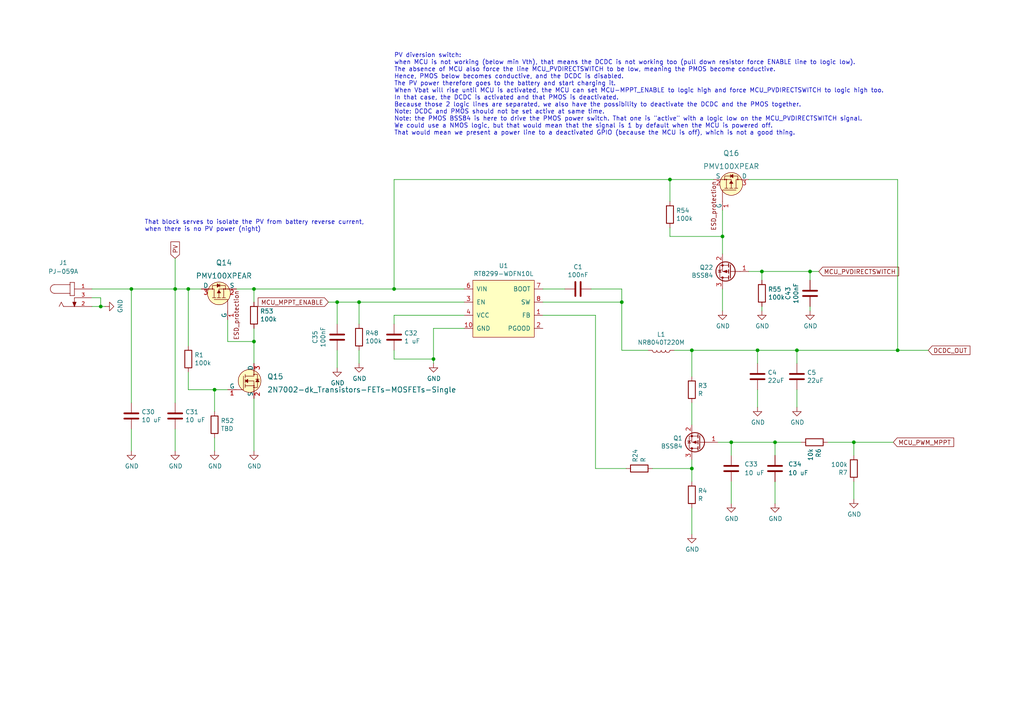
<source format=kicad_sch>
(kicad_sch (version 20211123) (generator eeschema)
  (paper "A4")
  (lib_symbols
    (symbol "Device:C" (pin_numbers hide) (pin_names (offset 0.254))
      (property "Reference" "C" (at 0.635 2.54 0))
      (property "Value" "C" (at 0.635 -2.54 0))
      (symbol "C_0_1"
        (polyline (pts (xy -2.032 -0.762) (xy 2.032 -0.762)) (stroke (width 0.508)))
        (polyline (pts (xy -2.032 0.762) (xy 2.032 0.762)) (stroke (width 0.508)))
      )
      (symbol "C_1_1"
        (pin passive line (at 0 3.81 270) (length 2.794) (name "~") (number "1"))
        (pin passive line (at 0 -3.81 90) (length 2.794) (name "~") (number "2"))
      )
    )
    (symbol "SHS_DCDC:2N7002-dk_Transistors-FETs-MOSFETs-Single" (pin_names (offset 0))
      (property "Reference" "Q" (at -2.6924 3.6322 0))
      (property "Value" "2N7002-dk_Transistors-FETs-MOSFETs-Single" (at 3.4544 0 90))
      (symbol "2N7002-dk_Transistors-FETs-MOSFETs-Single_0_1"
        (circle (center -1.27 0) (radius 3.302) (fill (type background)))
        (circle (center 0 -1.905) (radius 0.127))
        (circle (center 0 -1.397) (radius 0.127))
        (polyline (pts (xy 0 -1.397) (xy -2.54 -1.397)))
        (polyline (pts (xy -5.08 -2.54) (xy -3.048 -2.54) (xy -3.048 1.397)))
        (polyline (pts (xy 0 -2.54) (xy 0 0) (xy -2.54 0)))
        (polyline (pts (xy 0 2.54) (xy 0 1.397) (xy -2.54 1.397)))
        (polyline (pts (xy -0.127 -1.905) (xy 1.016 -1.905) (xy 1.016 1.397) (xy 1.016 1.905) (xy -0.127 1.905)))
        (circle (center 0 1.905) (radius 0.127))
      )
      (symbol "2N7002-dk_Transistors-FETs-MOSFETs-Single_1_1"
        (polyline (pts (xy -2.54 -1.397) (xy -2.54 -1.905)))
        (polyline (pts (xy -2.54 -1.397) (xy -2.54 -0.889)))
        (polyline (pts (xy -2.54 0) (xy -2.54 -0.508)))
        (polyline (pts (xy -2.54 0) (xy -2.54 0.508)))
        (polyline (pts (xy -2.54 1.905) (xy -2.54 0.889)))
        (polyline (pts (xy 1.524 0.508) (xy 0.508 0.508)))
        (polyline (pts (xy -2.54 0) (xy -1.778 0.508) (xy -1.778 -0.508) (xy -2.54 0)) (fill (type outline)))
        (polyline (pts (xy 1.016 0.508) (xy 0.508 -0.254) (xy 1.524 -0.254) (xy 1.016 0.508)) (fill (type outline)))
        (pin bidirectional line (at -7.62 -2.54 0) (length 2.54) (name "G") (number "1"))
        (pin bidirectional line (at 0 -5.08 90) (length 2.54) (name "S") (number "2"))
        (pin bidirectional line (at 0 5.08 270) (length 2.54) (name "D") (number "3"))
      )
    )
    (symbol "SHS_DCDC:BSS84-Transistor_FET" (pin_names hide)
      (property "Reference" "Q" (at 5.08 1.905 0))
      (property "Value" "BSS84-Transistor_FET" (at 5.08 0 0))
      (symbol "BSS84-Transistor_FET_0_1"
        (polyline (pts (xy 0.254 0) (xy -2.54 0)))
        (polyline (pts (xy 0.254 1.905) (xy 0.254 -1.905)) (stroke (width 0.254)))
        (polyline (pts (xy 0.762 -1.27) (xy 0.762 -2.286)) (stroke (width 0.254)))
        (polyline (pts (xy 0.762 0.508) (xy 0.762 -0.508)) (stroke (width 0.254)))
        (polyline (pts (xy 0.762 2.286) (xy 0.762 1.27)) (stroke (width 0.254)))
        (polyline (pts (xy 2.54 2.54) (xy 2.54 1.778)))
        (polyline (pts (xy 2.54 -2.54) (xy 2.54 0) (xy 0.762 0)))
        (polyline (pts (xy 0.762 1.778) (xy 3.302 1.778) (xy 3.302 -1.778) (xy 0.762 -1.778)))
        (polyline (pts (xy 2.286 0) (xy 1.27 0.381) (xy 1.27 -0.381) (xy 2.286 0)) (fill (type outline)))
        (polyline (pts (xy 2.794 -0.508) (xy 2.921 -0.381) (xy 3.683 -0.381) (xy 3.81 -0.254)))
        (polyline (pts (xy 3.302 -0.381) (xy 2.921 0.254) (xy 3.683 0.254) (xy 3.302 -0.381)))
        (circle (center 1.651 0) (radius 2.794) (stroke (width 0.254)))
        (circle (center 2.54 -1.778) (radius 0.254) (fill (type outline)))
        (circle (center 2.54 1.778) (radius 0.254) (fill (type outline)))
      )
      (symbol "BSS84-Transistor_FET_1_1"
        (pin input line (at -5.08 0 0) (length 2.54) (name "G") (number "1"))
        (pin passive line (at 2.54 -5.08 90) (length 2.54) (name "S") (number "2"))
        (pin passive line (at 2.54 5.08 270) (length 2.54) (name "D") (number "3"))
      )
    )
    (symbol "SHS_DCDC:C-Device" (pin_numbers hide) (pin_names (offset 0.254))
      (property "Reference" "C" (at 0.635 2.54 0))
      (property "Value" "C-Device" (at 0.635 -2.54 0))
      (symbol "C-Device_0_1"
        (polyline (pts (xy -2.032 -0.762) (xy 2.032 -0.762)) (stroke (width 0.508)))
        (polyline (pts (xy -2.032 0.762) (xy 2.032 0.762)) (stroke (width 0.508)))
      )
      (symbol "C-Device_1_1"
        (pin passive line (at 0 3.81 270) (length 2.794) (name "~") (number "1"))
        (pin passive line (at 0 -3.81 90) (length 2.794) (name "~") (number "2"))
      )
    )
    (symbol "SHS_DCDC:GND-power" (power) (pin_names (offset 0))
      (property "Value" "GND-power" (at 0 -3.81 0))
      (symbol "GND-power_0_1"
        (polyline (pts (xy 0 0) (xy 0 -1.27) (xy 1.27 -1.27) (xy 0 -2.54) (xy -1.27 -1.27) (xy 0 -1.27)))
      )
      (symbol "GND-power_1_1"
        (pin power_in line (at 0 0 270) (length 0) hide (name "GND") (number "1"))
      )
    )
    (symbol "SHS_DCDC:L-Device" (pin_numbers hide) (pin_names (offset 1.016) hide)
      (property "Reference" "L" (at -1.27 0 90))
      (property "Value" "L-Device" (at 1.905 0 90))
      (symbol "L-Device_0_1"
        (arc (start 0 -2.54) (mid 0.635 -1.905) (end 0 -1.27))
        (arc (start 0 -1.27) (mid 0.635 -0.635) (end 0 0))
        (arc (start 0 0) (mid 0.635 0.635) (end 0 1.27))
        (arc (start 0 1.27) (mid 0.635 1.905) (end 0 2.54))
      )
      (symbol "L-Device_1_1"
        (pin passive line (at 0 3.81 270) (length 1.27) (name "1") (number "1"))
        (pin passive line (at 0 -3.81 90) (length 1.27) (name "2") (number "2"))
      )
    )
    (symbol "SHS_DCDC:PJ-059A" (pin_names (offset 1.016))
      (property "Reference" "J" (at -7.632 5.088 0))
      (property "Value" "PJ-059A" (at -7.6327 -5.0885 0))
      (symbol "PJ-059A_0_0"
        (arc (start -5.715 3.81) (mid -6.985 2.54) (end -5.715 1.27) (stroke (width 0.1524)))
        (polyline (pts (xy -5.715 3.81) (xy -1.27 3.81)) (stroke (width 0.1524)))
        (polyline (pts (xy -3.81 -1.27) (xy -4.445 -2.54)) (stroke (width 0.1524)))
        (polyline (pts (xy -3.175 -2.54) (xy -3.81 -1.27)) (stroke (width 0.1524)))
        (polyline (pts (xy -1.27 0.635) (xy 0 0.635)) (stroke (width 0.1524)))
        (polyline (pts (xy -1.27 1.27) (xy -5.715 1.27)) (stroke (width 0.1524)))
        (polyline (pts (xy -1.27 1.27) (xy -1.27 0.635)) (stroke (width 0.1524)))
        (polyline (pts (xy -1.27 3.81) (xy -1.27 1.27)) (stroke (width 0.1524)))
        (polyline (pts (xy -1.27 4.445) (xy -1.27 3.81)) (stroke (width 0.1524)))
        (polyline (pts (xy 0 -2.54) (xy -3.175 -2.54)) (stroke (width 0.1524)))
        (polyline (pts (xy 0 0) (xy 0 -2.54)) (stroke (width 0.1524)))
        (polyline (pts (xy 0 0.635) (xy 0 4.445)) (stroke (width 0.1524)))
        (polyline (pts (xy 0 4.445) (xy -1.27 4.445)) (stroke (width 0.1524)))
        (polyline (pts (xy 0 -2.54) (xy -0.508 -1.27) (xy 0.508 -1.27) (xy 0 -2.54)) (stroke (width 0.1524)) (fill (type outline)))
        (pin passive line (at 5.08 2.54 180) (length 5.08) (name "~") (number "1"))
        (pin passive line (at 5.08 -2.54 180) (length 5.08) (name "~") (number "2"))
        (pin passive line (at 5.08 0 180) (length 5.08) (name "~") (number "3"))
      )
    )
    (symbol "SHS_DCDC:PMV100XPEAR" (pin_names (offset 0))
      (property "Reference" "Q" (at -2.6924 3.6322 0))
      (property "Value" "PMV100XPEAR" (at 3.4544 0 90))
      (symbol "PMV100XPEAR_0_0"
        (text "ESD_protection" (at -7.62 -5.08 0) (effects (font (size 1.27 1.27))))
      )
      (symbol "PMV100XPEAR_0_1"
        (circle (center -1.27 0) (radius 3.302) (fill (type background)))
        (circle (center 0 -1.905) (radius 0.127))
        (circle (center 0 -1.397) (radius 0.127))
        (polyline (pts (xy 0 -1.397) (xy -2.54 -1.397)))
        (polyline (pts (xy -6.35 -2.54) (xy -3.048 -2.54) (xy -3.048 1.397)))
        (polyline (pts (xy 0 -2.54) (xy 0 0) (xy -2.54 0)))
        (polyline (pts (xy 0 2.54) (xy 0 1.397) (xy -2.54 1.397)))
        (polyline (pts (xy -0.127 -1.905) (xy 1.016 -1.905) (xy 1.016 1.397) (xy 1.016 1.905) (xy -0.127 1.905)))
        (circle (center 0 1.905) (radius 0.127))
      )
      (symbol "PMV100XPEAR_1_1"
        (polyline (pts (xy -2.54 -1.397) (xy -2.54 -1.905)))
        (polyline (pts (xy -2.54 -1.397) (xy -2.54 -0.889)))
        (polyline (pts (xy -2.54 0) (xy -2.54 -0.508)))
        (polyline (pts (xy -2.54 0) (xy -2.54 0.508)))
        (polyline (pts (xy -2.54 1.905) (xy -2.54 0.889)))
        (polyline (pts (xy 1.524 -0.254) (xy 0.508 -0.254)))
        (polyline (pts (xy -0.381 0) (xy -1.143 0.508) (xy -1.143 -0.508) (xy -0.381 0)) (fill (type outline)))
        (polyline (pts (xy 1.016 -0.254) (xy 1.524 0.508) (xy 0.508 0.508) (xy 1.016 -0.254)) (fill (type outline)))
        (pin bidirectional line (at -8.89 -2.54 0) (length 2.54) (name "G") (number "1"))
        (pin bidirectional line (at 0 -5.08 90) (length 2.54) (name "S") (number "2"))
        (pin bidirectional line (at 0 5.08 270) (length 2.54) (name "D") (number "3"))
      )
    )
    (symbol "SHS_DCDC:R-Device" (pin_numbers hide) (pin_names (offset 0))
      (property "Reference" "R" (at 2.032 0 90))
      (property "Value" "R-Device" (at 0 0 90))
      (symbol "R-Device_0_1"
        (rectangle (start -1.016 -2.54) (end 1.016 2.54) (stroke (width 0.254)))
      )
      (symbol "R-Device_1_1"
        (pin passive line (at 0 3.81 270) (length 1.27) (name "~") (number "1"))
        (pin passive line (at 0 -3.81 90) (length 1.27) (name "~") (number "2"))
      )
    )
    (symbol "SHS_DCDC:RT8299-WDFN10L" (pin_names (offset 1.016))
      (property "Reference" "U" (at -7.62 -11.43 0))
      (property "Value" "RT8299-WDFN10L" (at 0 10.16 0))
      (symbol "RT8299-WDFN10L_1_1"
        (rectangle (start -8.89 7.62) (end 8.89 -8.89) (fill (type background)))
        (pin input line (at 11.43 -2.54 180) (length 2.54) (name "FB") (number "1"))
        (pin power_out line (at -11.43 -6.35 0) (length 2.54) (name "GND") (number "10"))
        (pin input line (at 11.43 -6.35 180) (length 2.54) (name "PGOOD") (number "2"))
        (pin input line (at -11.43 1.27 0) (length 2.54) (name "EN") (number "3"))
        (pin input line (at -11.43 -2.54 0) (length 2.54) (name "VCC") (number "4"))
        (pin power_in line (at -11.43 5.08 0) (length 2.54) (name "VIN") (number "6"))
        (pin input line (at 11.43 5.08 180) (length 2.54) (name "BOOT") (number "7"))
        (pin power_out line (at 11.43 1.27 180) (length 2.54) (name "SW") (number "8"))
      )
    )
  )
  (junction (at 125.73 104.14))
  (junction (at 62.23 113.03))
  (junction (at 219.71 101.6))
  (junction (at 97.79 87.63))
  (junction (at 29.21 88.9))
  (junction (at 200.66 101.6))
  (junction (at 73.66 83.82))
  (junction (at 54.61 83.82))
  (junction (at 194.31 52.07))
  (junction (at 234.95 78.74))
  (junction (at 209.55 68.58))
  (junction (at 231.14 101.6))
  (junction (at 114.3 83.82))
  (junction (at 200.66 135.89))
  (junction (at 50.8 83.82))
  (junction (at 73.66 99.06))
  (junction (at 180.34 87.63))
  (junction (at 220.98 78.74))
  (junction (at 247.65 128.27))
  (junction (at 260.35 101.6))
  (junction (at 38.1 83.82))
  (junction (at 104.14 87.63))
  (junction (at 224.79 128.27))
  (junction (at 212.09 128.27))
  (wire (pts (xy 180.34 87.63) (xy 180.34 101.6)))
  (wire (pts (xy 50.8 83.82) (xy 54.61 83.82)))
  (wire (pts (xy 231.14 113.03) (xy 231.14 118.11)))
  (wire (pts (xy 66.04 92.71) (xy 66.04 99.06)))
  (wire (pts (xy 172.72 135.89) (xy 181.61 135.89)))
  (wire (pts (xy 220.98 78.74) (xy 234.95 78.74)))
  (wire (pts (xy 125.73 104.14) (xy 125.73 105.41)))
  (wire (pts (xy 200.66 109.22) (xy 200.66 101.6)))
  (wire (pts (xy 200.66 147.32) (xy 200.66 154.94)))
  (wire (pts (xy 217.17 78.74) (xy 220.98 78.74)))
  (wire (pts (xy 29.21 86.36) (xy 29.21 88.9)))
  (wire (pts (xy 224.79 128.27) (xy 232.41 128.27)))
  (wire (pts (xy 212.09 128.27) (xy 224.79 128.27)))
  (wire (pts (xy 180.34 83.82) (xy 180.34 87.63)))
  (wire (pts (xy 200.66 135.89) (xy 200.66 139.7)))
  (wire (pts (xy 220.98 88.9) (xy 220.98 90.17)))
  (wire (pts (xy 73.66 95.25) (xy 73.66 99.06)))
  (wire (pts (xy 231.14 101.6) (xy 260.35 101.6)))
  (wire (pts (xy 194.31 52.07) (xy 194.31 58.42)))
  (wire (pts (xy 50.8 83.82) (xy 50.8 116.84)))
  (wire (pts (xy 62.23 113.03) (xy 62.23 119.38)))
  (wire (pts (xy 50.8 83.82) (xy 38.1 83.82)))
  (wire (pts (xy 194.31 66.04) (xy 194.31 68.58)))
  (wire (pts (xy 104.14 87.63) (xy 134.62 87.63)))
  (wire (pts (xy 209.55 60.96) (xy 209.55 68.58)))
  (wire (pts (xy 219.71 101.6) (xy 231.14 101.6)))
  (wire (pts (xy 194.31 52.07) (xy 207.01 52.07)))
  (wire (pts (xy 195.58 101.6) (xy 200.66 101.6)))
  (wire (pts (xy 234.95 88.9) (xy 234.95 90.17)))
  (wire (pts (xy 68.58 83.82) (xy 73.66 83.82)))
  (wire (pts (xy 97.79 87.63) (xy 104.14 87.63)))
  (wire (pts (xy 212.09 128.27) (xy 212.09 132.08)))
  (wire (pts (xy 62.23 127) (xy 62.23 130.81)))
  (wire (pts (xy 114.3 91.44) (xy 134.62 91.44)))
  (wire (pts (xy 157.48 83.82) (xy 163.83 83.82)))
  (wire (pts (xy 212.09 139.7) (xy 212.09 146.05)))
  (wire (pts (xy 54.61 83.82) (xy 54.61 100.33)))
  (wire (pts (xy 73.66 99.06) (xy 73.66 105.41)))
  (wire (pts (xy 208.28 128.27) (xy 212.09 128.27)))
  (wire (pts (xy 219.71 101.6) (xy 219.71 105.41)))
  (wire (pts (xy 26.67 86.36) (xy 29.21 86.36)))
  (wire (pts (xy 209.55 68.58) (xy 209.55 73.66)))
  (wire (pts (xy 231.14 101.6) (xy 231.14 105.41)))
  (wire (pts (xy 54.61 107.95) (xy 54.61 113.03)))
  (wire (pts (xy 194.31 68.58) (xy 209.55 68.58)))
  (wire (pts (xy 38.1 83.82) (xy 26.67 83.82)))
  (wire (pts (xy 114.3 52.07) (xy 194.31 52.07)))
  (wire (pts (xy 260.35 52.07) (xy 260.35 101.6)))
  (wire (pts (xy 234.95 78.74) (xy 234.95 81.28)))
  (wire (pts (xy 50.8 124.46) (xy 50.8 130.81)))
  (wire (pts (xy 54.61 113.03) (xy 62.23 113.03)))
  (wire (pts (xy 66.04 99.06) (xy 73.66 99.06)))
  (wire (pts (xy 200.66 133.35) (xy 200.66 135.89)))
  (wire (pts (xy 180.34 101.6) (xy 187.96 101.6)))
  (wire (pts (xy 240.03 128.27) (xy 247.65 128.27)))
  (wire (pts (xy 171.45 83.82) (xy 180.34 83.82)))
  (wire (pts (xy 157.48 87.63) (xy 180.34 87.63)))
  (wire (pts (xy 134.62 83.82) (xy 114.3 83.82)))
  (wire (pts (xy 247.65 128.27) (xy 247.65 132.08)))
  (wire (pts (xy 114.3 101.6) (xy 114.3 104.14)))
  (wire (pts (xy 38.1 116.84) (xy 38.1 83.82)))
  (wire (pts (xy 38.1 124.46) (xy 38.1 130.81)))
  (wire (pts (xy 134.62 95.25) (xy 125.73 95.25)))
  (wire (pts (xy 260.35 101.6) (xy 269.24 101.6)))
  (wire (pts (xy 114.3 104.14) (xy 125.73 104.14)))
  (wire (pts (xy 95.25 87.63) (xy 97.79 87.63)))
  (wire (pts (xy 247.65 128.27) (xy 259.08 128.27)))
  (wire (pts (xy 29.21 88.9) (xy 30.48 88.9)))
  (wire (pts (xy 54.61 83.82) (xy 58.42 83.82)))
  (wire (pts (xy 209.55 83.82) (xy 209.55 90.17)))
  (wire (pts (xy 97.79 101.6) (xy 97.79 106.68)))
  (wire (pts (xy 172.72 91.44) (xy 172.72 135.89)))
  (wire (pts (xy 220.98 78.74) (xy 220.98 81.28)))
  (wire (pts (xy 125.73 95.25) (xy 125.73 104.14)))
  (wire (pts (xy 73.66 83.82) (xy 114.3 83.82)))
  (wire (pts (xy 73.66 83.82) (xy 73.66 87.63)))
  (wire (pts (xy 114.3 83.82) (xy 114.3 52.07)))
  (wire (pts (xy 50.8 74.93) (xy 50.8 83.82)))
  (wire (pts (xy 104.14 101.6) (xy 104.14 105.41)))
  (wire (pts (xy 224.79 128.27) (xy 224.79 132.08)))
  (wire (pts (xy 189.23 135.89) (xy 200.66 135.89)))
  (wire (pts (xy 97.79 87.63) (xy 97.79 93.98)))
  (wire (pts (xy 157.48 91.44) (xy 172.72 91.44)))
  (wire (pts (xy 219.71 113.03) (xy 219.71 118.11)))
  (wire (pts (xy 217.17 52.07) (xy 260.35 52.07)))
  (wire (pts (xy 62.23 113.03) (xy 66.04 113.03)))
  (wire (pts (xy 26.67 88.9) (xy 29.21 88.9)))
  (wire (pts (xy 200.66 101.6) (xy 219.71 101.6)))
  (wire (pts (xy 234.95 78.74) (xy 237.49 78.74)))
  (wire (pts (xy 200.66 116.84) (xy 200.66 123.19)))
  (wire (pts (xy 104.14 87.63) (xy 104.14 93.98)))
  (wire (pts (xy 247.65 139.7) (xy 247.65 144.78)))
  (wire (pts (xy 73.66 115.57) (xy 73.66 130.81)))
  (wire (pts (xy 114.3 93.98) (xy 114.3 91.44)))
  (wire (pts (xy 224.79 139.7) (xy 224.79 146.05)))
  (text "PV diversion switch:\nwhen MCU is not working (below min Vth), that means the DCDC is not working too (pull down resistor force ENABLE line to logic low).\nThe absence of MCU also force the line MCU_PVDIRECTSWITCH to be low, meaning the PMOS become conductive.\nHence, PMOS below becomes conductive, and the DCDC is disabled.\nThe PV power therefore goes to the battery and start charging it.\nWhen Vbat will rise until MCU is activated, the MCU can set MCU-MPPT_ENABLE to logic high and force MCU_PVDIRECTSWITCH to logic high too.\nIn that case, the DCDC is activated and that PMOS is deactivated. \nBecause those 2 logic lines are separated, we also have the possibility to deactivate the DCDC and the PMOS together. \nNote: DCDC and PMOS should not be set active at same time.\nNote: the PMOS BSS84 is here to drive the PMOS power switch. That one is \"active\" with a logic low on the MCU_PVDIRECTSWITCH signal. \nWe could use a NMOS logic, but that would mean that the signal is 1 by default when the MCU is powered off.\nThat would mean we present a power line to a deactivated GPIO (because the MCU is off), which is not a good thing." (at 114.3 39.37 0) (effects (font (size 1.27 1.27)) (justify left bottom)))
  (text "That block serves to isolate the PV from battery reverse current,\nwhen there is no PV power (night)" (at 41.91 67.31 0) (effects (font (size 1.27 1.27)) (justify left bottom)))
  (global_label "MCU_PVDIRECTSWITCH" (shape input) (at 237.49 78.74 0) (property "Intersheet References" "${INTERSHEET_REFS}" (effects hide)))
  (global_label "MCU_PWM_MPPT" (shape input) (at 259.08 128.27 0) (property "Intersheet References" "${INTERSHEET_REFS}" (effects hide)))
  (global_label "PV" (shape input) (at 50.8 74.93 90) (property "Intersheet References" "${INTERSHEET_REFS}" (effects hide)))
  (global_label "DCDC_OUT" (shape input) (at 269.24 101.6 0) (property "Intersheet References" "${INTERSHEET_REFS}" (effects hide)))
  (global_label "MCU_MPPT_ENABLE" (shape input) (at 95.25 87.63 180) (property "Intersheet References" "${INTERSHEET_REFS}" (effects hide)))
  (symbol (lib_id "SHS_DCDC:R-Device") (at 236.22 128.27 270) (unit 1)
    (property "Reference" "R6" (at 237.3884 130.048 0) (effects (justify left)))
    (property "Value" "10k" (at 235.077 130.048 0) (effects (justify left)))
    (property "Footprint" "Resistor_SMD:R_0402_1005Metric" (effects hide))
  )
  (symbol (lib_id "SHS_DCDC:GND-power") (at 212.09 146.05 0) (unit 1)
    (property "Reference" "#PWR065" (effects hide))
    (property "Value" "GND-power" (at 212.217 150.4442 0))
  )
  (symbol (lib_id "Device:C") (at 224.79 135.89 0) (unit 1)
    (property "Reference" "C34" (at 228.6 134.6199 0) (effects (justify left)))
    (property "Value" "10 uF" (at 228.6 137.1599 0) (effects (justify left)))
    (property "Footprint" "Capacitor_SMD:C_0603_1608Metric" (effects hide))
  )
  (symbol (lib_id "SHS_DCDC:R-Device") (at 200.66 143.51 0) (unit 1)
    (property "Reference" "R4" (at 202.438 142.3416 0) (effects (justify left)))
    (property "Value" "R" (at 202.438 144.653 0) (effects (justify left)))
    (property "Footprint" "Resistor_SMD:R_0402_1005Metric" (effects hide))
  )
  (symbol (lib_id "SHS_DCDC:C-Device") (at 167.64 83.82 90) (unit 1)
    (property "Reference" "C1" (at 167.64 77.4192 90))
    (property "Value" "100nF" (at 167.64 79.7306 90))
    (property "Footprint" "Capacitor_SMD:C_0402_1005Metric" (effects hide))
  )
  (symbol (lib_id "Device:C") (at 212.09 135.89 0) (unit 1)
    (property "Reference" "C33" (at 215.9 134.6199 0) (effects (justify left)))
    (property "Value" "10 uF" (at 215.9 137.1599 0) (effects (justify left)))
    (property "Footprint" "Capacitor_SMD:C_0603_1608Metric" (effects hide))
  )
  (symbol (lib_id "SHS_DCDC:BSS84-Transistor_FET") (at 203.2 128.27 180) (unit 1)
    (property "Reference" "Q1" (at 197.993 127.1016 0) (effects (justify left)))
    (property "Value" "BSS84" (at 197.993 129.413 0) (effects (justify left)))
    (property "Footprint" "Package_TO_SOT_SMD:SOT-23" (effects hide))
    (property "Datasheet" "http://assets.nexperia.com/documents/data-sheet/BSS84.pdf" (effects hide))
  )
  (symbol (lib_id "SHS_DCDC:GND-power") (at 200.66 154.94 0) (unit 1)
    (property "Reference" "#PWR02" (effects hide))
    (property "Value" "GND-power" (at 200.787 159.3342 0))
  )
  (symbol (lib_id "SHS_DCDC:R-Device") (at 194.31 62.23 0) (unit 1)
    (property "Reference" "R54" (at 196.088 61.0616 0) (effects (justify left)))
    (property "Value" "100k" (at 196.088 63.373 0) (effects (justify left)))
    (property "Footprint" "Resistor_SMD:R_0402_1005Metric" (effects hide))
  )
  (symbol (lib_id "SHS_DCDC:R-Device") (at 220.98 85.09 0) (unit 1)
    (property "Reference" "R55" (at 222.758 83.9216 0) (effects (justify left)))
    (property "Value" "100k" (at 222.758 86.233 0) (effects (justify left)))
    (property "Footprint" "Resistor_SMD:R_0402_1005Metric" (effects hide))
  )
  (symbol (lib_id "SHS_DCDC:R-Device") (at 185.42 135.89 90) (unit 1)
    (property "Reference" "R24" (at 184.2516 134.112 0) (effects (justify left)))
    (property "Value" "R" (at 186.563 134.112 0) (effects (justify left)))
    (property "Footprint" "Resistor_SMD:R_0402_1005Metric" (effects hide))
  )
  (symbol (lib_id "SHS_DCDC:GND-power") (at 97.79 106.68 0) (unit 1)
    (property "Reference" "#PWR0122" (effects hide))
    (property "Value" "GND-power" (at 97.917 111.0742 0))
  )
  (symbol (lib_id "SHS_DCDC:PMV100XPEAR") (at 212.09 52.07 270) (mirror x) (unit 1)
    (property "Reference" "Q16" (at 212.09 44.45 90) (effects (font (size 1.524 1.524))))
    (property "Value" "PMV100XPEAR" (at 212.09 48.26 90) (effects (font (size 1.524 1.524))))
    (property "Footprint" "digikey-kicad-library-master:SOT-23-3" (effects hide))
    (property "MPN" "PMV100XPEAR" (effects hide))
    (property "Category" "Discrete Semiconductor Products" (effects hide))
    (property "Family" "Transistors - FETs, MOSFETs - Single" (effects hide))
    (property "Description" "MOSFET P-CH 20V 2.4A SOT23" (effects hide))
    (property "Manufacturer" "Nexperia USA" (effects hide))
    (property "Status" "Active" (effects hide))
  )
  (symbol (lib_id "SHS_DCDC:GND-power") (at 38.1 130.81 0) (unit 1)
    (property "Reference" "#PWR060" (effects hide))
    (property "Value" "GND-power" (at 38.227 135.2042 0))
  )
  (symbol (lib_id "SHS_DCDC:C-Device") (at 114.3 97.79 0) (unit 1)
    (property "Reference" "C32" (at 117.221 96.6216 0) (effects (justify left)))
    (property "Value" "1 uF" (at 117.221 98.933 0) (effects (justify left)))
    (property "Footprint" "Capacitor_SMD:C_0402_1005Metric" (effects hide))
  )
  (symbol (lib_id "SHS_DCDC:R-Device") (at 200.66 113.03 0) (unit 1)
    (property "Reference" "R3" (at 202.438 111.8616 0) (effects (justify left)))
    (property "Value" "R" (at 202.438 114.173 0) (effects (justify left)))
    (property "Footprint" "Resistor_SMD:R_0402_1005Metric" (effects hide))
  )
  (symbol (lib_id "SHS_DCDC:GND-power") (at 231.14 118.11 0) (unit 1)
    (property "Reference" "#PWR04" (effects hide))
    (property "Value" "GND-power" (at 231.267 122.5042 0))
  )
  (symbol (lib_id "SHS_DCDC:GND-power") (at 234.95 90.17 0) (unit 1)
    (property "Reference" "#PWR073" (effects hide))
    (property "Value" "GND-power" (at 235.077 94.5642 0))
  )
  (symbol (lib_id "SHS_DCDC:R-Device") (at 104.14 97.79 0) (unit 1)
    (property "Reference" "R48" (at 105.918 96.6216 0) (effects (justify left)))
    (property "Value" "100k" (at 105.918 98.933 0) (effects (justify left)))
    (property "Footprint" "Resistor_SMD:R_0402_1005Metric" (effects hide))
  )
  (symbol (lib_id "SHS_DCDC:2N7002-dk_Transistors-FETs-MOSFETs-Single") (at 73.66 110.49 0) (unit 1)
    (property "Reference" "Q15" (at 77.47 109.22 0) (effects (font (size 1.524 1.524)) (justify left)))
    (property "Value" "2N7002-dk_Transistors-FETs-MOSFETs-Single" (at 77.47 113.03 0) (effects (font (size 1.524 1.524)) (justify left)))
    (property "Footprint" "digikey-footprints:SOT-23-3" (effects hide))
    (property "Datasheet" "https://www.onsemi.com/pub/Collateral/NDS7002A-D.PDF" (effects hide))
    (property "Digi-Key_PN" "2N7002NCT-ND" (effects hide))
    (property "MPN" "2N7002" (effects hide))
    (property "Category" "Discrete Semiconductor Products" (effects hide))
    (property "Family" "Transistors - FETs, MOSFETs - Single" (effects hide))
    (property "DK_Datasheet_Link" "https://www.onsemi.com/pub/Collateral/NDS7002A-D.PDF" (effects hide))
    (property "DK_Detail_Page" "/product-detail/en/on-semiconductor/2N7002/2N7002NCT-ND/244664" (effects hide))
    (property "Description" "MOSFET N-CH 60V 115MA SOT-23" (effects hide))
    (property "Manufacturer" "ON Semiconductor" (effects hide))
    (property "Status" "Active" (effects hide))
  )
  (symbol (lib_id "SHS_DCDC:GND-power") (at 73.66 130.81 0) (unit 1)
    (property "Reference" "#PWR070" (effects hide))
    (property "Value" "GND-power" (at 73.787 135.2042 0))
  )
  (symbol (lib_id "SHS_DCDC:PMV100XPEAR") (at 63.5 83.82 90) (unit 1)
    (property "Reference" "Q14" (at 64.9597 76.2 90) (effects (font (size 1.524 1.524))))
    (property "Value" "PMV100XPEAR" (at 64.9597 80.01 90) (effects (font (size 1.524 1.524))))
    (property "Footprint" "digikey-kicad-library-master:SOT-23-3" (effects hide))
    (property "MPN" "PMV100XPEAR" (effects hide))
    (property "Category" "Discrete Semiconductor Products" (effects hide))
    (property "Family" "Transistors - FETs, MOSFETs - Single" (effects hide))
    (property "Description" "MOSFET P-CH 20V 2.4A SOT23" (effects hide))
    (property "Manufacturer" "Nexperia USA" (effects hide))
    (property "Status" "Active" (effects hide))
  )
  (symbol (lib_id "SHS_DCDC:R-Device") (at 73.66 91.44 0) (unit 1)
    (property "Reference" "R53" (at 75.438 90.2716 0) (effects (justify left)))
    (property "Value" "100k" (at 75.438 92.583 0) (effects (justify left)))
    (property "Footprint" "Resistor_SMD:R_0402_1005Metric" (effects hide))
  )
  (symbol (lib_id "SHS_DCDC:L-Device") (at 191.77 101.6 270) (unit 1)
    (property "Reference" "L1" (at 191.77 97.0026 90))
    (property "Value" "NR8040T220M" (at 191.77 99.314 90))
    (property "Footprint" "Inductor_SMD:L_Taiyo-Yuden_NR-80xx" (effects hide))
  )
  (symbol (lib_id "SHS_DCDC:GND-power") (at 224.79 146.05 0) (unit 1)
    (property "Reference" "#PWR066" (effects hide))
    (property "Value" "GND-power" (at 224.917 150.4442 0))
  )
  (symbol (lib_id "SHS_DCDC:BSS84-Transistor_FET") (at 212.09 78.74 180) (unit 1)
    (property "Reference" "Q22" (at 206.883 77.5716 0) (effects (justify left)))
    (property "Value" "BSS84" (at 206.883 79.883 0) (effects (justify left)))
    (property "Footprint" "Package_TO_SOT_SMD:SOT-23" (effects hide))
    (property "Datasheet" "http://assets.nexperia.com/documents/data-sheet/BSS84.pdf" (effects hide))
  )
  (symbol (lib_id "SHS_DCDC:R-Device") (at 62.23 123.19 0) (unit 1)
    (property "Reference" "R52" (at 64.008 122.0216 0) (effects (justify left)))
    (property "Value" "TBD" (at 64.008 124.333 0) (effects (justify left)))
    (property "Footprint" "Resistor_SMD:R_0402_1005Metric" (effects hide))
  )
  (symbol (lib_id "SHS_DCDC:C-Device") (at 50.8 120.65 0) (unit 1)
    (property "Reference" "C31" (at 53.721 119.4816 0) (effects (justify left)))
    (property "Value" "10 uF" (at 53.721 121.793 0) (effects (justify left)))
    (property "Footprint" "Capacitor_SMD:C_0805_2012Metric" (effects hide))
  )
  (symbol (lib_id "SHS_DCDC:C-Device") (at 219.71 109.22 0) (unit 1)
    (property "Reference" "C4" (at 222.631 108.0516 0) (effects (justify left)))
    (property "Value" "22uF" (at 222.631 110.363 0) (effects (justify left)))
    (property "Footprint" "Capacitor_SMD:C_0805_2012Metric" (effects hide))
  )
  (symbol (lib_id "SHS_DCDC:GND-power") (at 125.73 105.41 0) (unit 1)
    (property "Reference" "#PWR063" (effects hide))
    (property "Value" "GND-power" (at 125.857 109.8042 0))
  )
  (symbol (lib_id "SHS_DCDC:GND-power") (at 30.48 88.9 90) (unit 1)
    (property "Reference" "#PWR0104" (effects hide))
    (property "Value" "GND-power" (at 34.8742 88.773 0))
  )
  (symbol (lib_id "SHS_DCDC:PJ-059A") (at 21.59 86.36 0) (unit 1)
    (property "Reference" "J1" (at 18.3515 76.2 0))
    (property "Value" "PJ-059A" (at 18.3515 78.74 0))
    (property "Footprint" "SHS_DCDC:CUI_PJ-059A" (effects hide))
    (property "MANUFACTURER" "CUI INC" (effects hide))
    (property "PARTREV" "1.02" (effects hide))
    (property "STANDARD" "Manufacturer recommendations" (effects hide))
  )
  (symbol (lib_id "SHS_DCDC:C-Device") (at 234.95 85.09 180) (unit 1)
    (property "Reference" "C43" (at 228.5492 85.09 90))
    (property "Value" "100nF" (at 230.8606 85.09 90))
    (property "Footprint" "Capacitor_SMD:C_0402_1005Metric" (effects hide))
  )
  (symbol (lib_id "SHS_DCDC:C-Device") (at 97.79 97.79 180) (unit 1)
    (property "Reference" "C35" (at 91.3892 97.79 90))
    (property "Value" "100nF" (at 93.7006 97.79 90))
    (property "Footprint" "Capacitor_SMD:C_0402_1005Metric" (effects hide))
  )
  (symbol (lib_id "SHS_DCDC:C-Device") (at 231.14 109.22 0) (unit 1)
    (property "Reference" "C5" (at 234.061 108.0516 0) (effects (justify left)))
    (property "Value" "22uF" (at 234.061 110.363 0) (effects (justify left)))
    (property "Footprint" "Capacitor_SMD:C_0805_2012Metric" (effects hide))
  )
  (symbol (lib_id "SHS_DCDC:R-Device") (at 247.65 135.89 180) (unit 1)
    (property "Reference" "R7" (at 245.872 137.0584 0) (effects (justify left)))
    (property "Value" "100k" (at 245.872 134.747 0) (effects (justify left)))
    (property "Footprint" "Resistor_SMD:R_0402_1005Metric" (effects hide))
  )
  (symbol (lib_id "SHS_DCDC:GND-power") (at 50.8 130.81 0) (unit 1)
    (property "Reference" "#PWR061" (effects hide))
    (property "Value" "GND-power" (at 50.927 135.2042 0))
  )
  (symbol (lib_id "SHS_DCDC:GND-power") (at 104.14 105.41 0) (unit 1)
    (property "Reference" "#PWR064" (effects hide))
    (property "Value" "GND-power" (at 104.267 109.8042 0))
  )
  (symbol (lib_id "SHS_DCDC:GND-power") (at 220.98 90.17 0) (unit 1)
    (property "Reference" "#PWR072" (effects hide))
    (property "Value" "GND-power" (at 221.107 94.5642 0))
  )
  (symbol (lib_id "SHS_DCDC:C-Device") (at 38.1 120.65 0) (unit 1)
    (property "Reference" "C30" (at 41.021 119.4816 0) (effects (justify left)))
    (property "Value" "10 uF" (at 41.021 121.793 0) (effects (justify left)))
    (property "Footprint" "Capacitor_SMD:C_0805_2012Metric" (effects hide))
  )
  (symbol (lib_id "SHS_DCDC:GND-power") (at 247.65 144.78 0) (unit 1)
    (property "Reference" "#PWR05" (effects hide))
    (property "Value" "GND-power" (at 247.777 149.1742 0))
  )
  (symbol (lib_id "SHS_DCDC:GND-power") (at 209.55 90.17 0) (unit 1)
    (property "Reference" "#PWR071" (effects hide))
    (property "Value" "GND-power" (at 209.677 94.5642 0))
  )
  (symbol (lib_id "SHS_DCDC:RT8299-WDFN10L") (at 146.05 88.9 0) (unit 1)
    (property "Reference" "U1" (at 146.05 77.089 0))
    (property "Value" "RT8299-WDFN10L" (at 146.05 79.4004 0))
    (property "Footprint" "Library:RT8299-WDFN" (effects hide))
  )
  (symbol (lib_id "SHS_DCDC:GND-power") (at 219.71 118.11 0) (unit 1)
    (property "Reference" "#PWR03" (effects hide))
    (property "Value" "GND-power" (at 219.837 122.5042 0))
  )
  (symbol (lib_id "SHS_DCDC:GND-power") (at 62.23 130.81 0) (unit 1)
    (property "Reference" "#PWR069" (effects hide))
    (property "Value" "GND-power" (at 62.357 135.2042 0))
  )
  (symbol (lib_id "SHS_DCDC:R-Device") (at 54.61 104.14 0) (unit 1)
    (property "Reference" "R1" (at 56.388 102.9716 0) (effects (justify left)))
    (property "Value" "100k" (at 56.388 105.283 0) (effects (justify left)))
    (property "Footprint" "Resistor_SMD:R_0402_1005Metric" (effects hide))
  )
)
</source>
